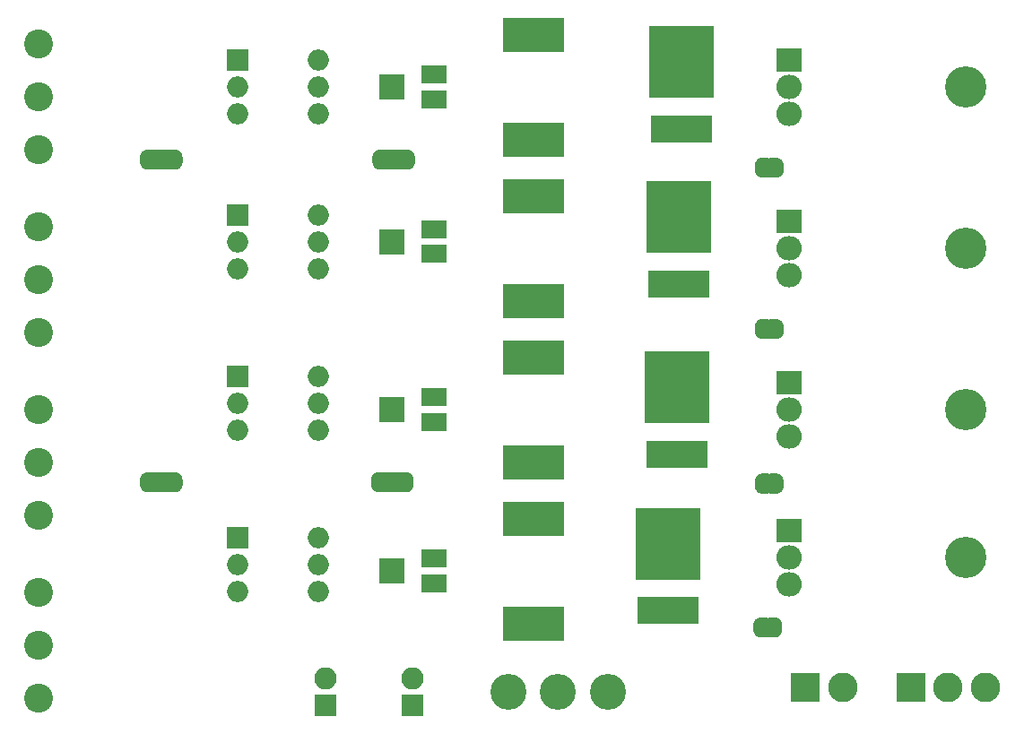
<source format=gbr>
%TF.GenerationSoftware,KiCad,Pcbnew,5.0.0*%
%TF.CreationDate,2018-09-24T19:40:09+02:00*%
%TF.ProjectId,TestDriverV1,5465737444726976657256312E6B6963,Rev 1*%
%TF.SameCoordinates,Original*%
%TF.FileFunction,Soldermask,Top*%
%TF.FilePolarity,Negative*%
%FSLAX46Y46*%
G04 Gerber Fmt 4.6, Leading zero omitted, Abs format (unit mm)*
G04 Created by KiCad (PCBNEW 5.0.0) date Mon Sep 24 19:40:09 2018*
%MOMM*%
%LPD*%
G01*
G04 APERTURE LIST*
%ADD10R,2.800000X2.800000*%
%ADD11C,2.800000*%
%ADD12R,2.100000X2.100000*%
%ADD13O,2.100000X2.100000*%
%ADD14C,0.500000*%
%ADD15C,0.100000*%
%ADD16R,1.400000X1.900000*%
%ADD17R,5.800000X3.300000*%
%ADD18C,2.740000*%
%ADD19R,2.398980X1.700480*%
%ADD20R,2.398980X2.398980*%
%ADD21R,2.000000X2.000000*%
%ADD22O,2.000000X2.000000*%
%ADD23C,3.397200*%
%ADD24O,2.400000X2.305000*%
%ADD25R,2.400000X2.305000*%
%ADD26O,3.900000X3.900000*%
%ADD27R,6.200000X6.800000*%
%ADD28R,1.200000X2.600000*%
G04 APERTURE END LIST*
D10*
X112014000Y-163386000D03*
D11*
X115514000Y-163386000D03*
D12*
X66675000Y-165100000D03*
D13*
X66675000Y-162560000D03*
X74930000Y-162560000D03*
D12*
X74930000Y-165100000D03*
D14*
X109235000Y-114300000D03*
D15*
G36*
X109241112Y-113350602D02*
X109259534Y-113350602D01*
X109279140Y-113351565D01*
X109327971Y-113356375D01*
X109347380Y-113359254D01*
X109395505Y-113368826D01*
X109414548Y-113373596D01*
X109461503Y-113387840D01*
X109479980Y-113394451D01*
X109525313Y-113413228D01*
X109543061Y-113421623D01*
X109586334Y-113444754D01*
X109603162Y-113454840D01*
X109643961Y-113482100D01*
X109659730Y-113493795D01*
X109697659Y-113524923D01*
X109712200Y-113538103D01*
X109746897Y-113572800D01*
X109760077Y-113587341D01*
X109791205Y-113625270D01*
X109802900Y-113641039D01*
X109830160Y-113681838D01*
X109840246Y-113698666D01*
X109863377Y-113741939D01*
X109871772Y-113759687D01*
X109890549Y-113805020D01*
X109897160Y-113823497D01*
X109911404Y-113870452D01*
X109916174Y-113889495D01*
X109925746Y-113937620D01*
X109928625Y-113957029D01*
X109933435Y-114005860D01*
X109934398Y-114025466D01*
X109934398Y-114043888D01*
X109935000Y-114050000D01*
X109935000Y-114550000D01*
X109934398Y-114556112D01*
X109934398Y-114574534D01*
X109933435Y-114594140D01*
X109928625Y-114642971D01*
X109925746Y-114662380D01*
X109916174Y-114710505D01*
X109911404Y-114729548D01*
X109897160Y-114776503D01*
X109890549Y-114794980D01*
X109871772Y-114840313D01*
X109863377Y-114858061D01*
X109840246Y-114901334D01*
X109830160Y-114918162D01*
X109802900Y-114958961D01*
X109791205Y-114974730D01*
X109760077Y-115012659D01*
X109746897Y-115027200D01*
X109712200Y-115061897D01*
X109697659Y-115075077D01*
X109659730Y-115106205D01*
X109643961Y-115117900D01*
X109603162Y-115145160D01*
X109586334Y-115155246D01*
X109543061Y-115178377D01*
X109525313Y-115186772D01*
X109479980Y-115205549D01*
X109461503Y-115212160D01*
X109414548Y-115226404D01*
X109395505Y-115231174D01*
X109347380Y-115240746D01*
X109327971Y-115243625D01*
X109279140Y-115248435D01*
X109259534Y-115249398D01*
X109241112Y-115249398D01*
X109235000Y-115250000D01*
X108735000Y-115250000D01*
X108695982Y-115246157D01*
X108658463Y-115234776D01*
X108623886Y-115216294D01*
X108593579Y-115191421D01*
X108568706Y-115161114D01*
X108550224Y-115126537D01*
X108538843Y-115089018D01*
X108535000Y-115050000D01*
X108535000Y-113550000D01*
X108538843Y-113510982D01*
X108550224Y-113473463D01*
X108568706Y-113438886D01*
X108593579Y-113408579D01*
X108623886Y-113383706D01*
X108658463Y-113365224D01*
X108695982Y-113353843D01*
X108735000Y-113350000D01*
X109235000Y-113350000D01*
X109241112Y-113350602D01*
X109241112Y-113350602D01*
G37*
D14*
X107935000Y-114300000D03*
D15*
G36*
X108474018Y-113353843D02*
X108511537Y-113365224D01*
X108546114Y-113383706D01*
X108576421Y-113408579D01*
X108601294Y-113438886D01*
X108619776Y-113473463D01*
X108631157Y-113510982D01*
X108635000Y-113550000D01*
X108635000Y-115050000D01*
X108631157Y-115089018D01*
X108619776Y-115126537D01*
X108601294Y-115161114D01*
X108576421Y-115191421D01*
X108546114Y-115216294D01*
X108511537Y-115234776D01*
X108474018Y-115246157D01*
X108435000Y-115250000D01*
X107935000Y-115250000D01*
X107928888Y-115249398D01*
X107910466Y-115249398D01*
X107890860Y-115248435D01*
X107842029Y-115243625D01*
X107822620Y-115240746D01*
X107774495Y-115231174D01*
X107755452Y-115226404D01*
X107708497Y-115212160D01*
X107690020Y-115205549D01*
X107644687Y-115186772D01*
X107626939Y-115178377D01*
X107583666Y-115155246D01*
X107566838Y-115145160D01*
X107526039Y-115117900D01*
X107510270Y-115106205D01*
X107472341Y-115075077D01*
X107457800Y-115061897D01*
X107423103Y-115027200D01*
X107409923Y-115012659D01*
X107378795Y-114974730D01*
X107367100Y-114958961D01*
X107339840Y-114918162D01*
X107329754Y-114901334D01*
X107306623Y-114858061D01*
X107298228Y-114840313D01*
X107279451Y-114794980D01*
X107272840Y-114776503D01*
X107258596Y-114729548D01*
X107253826Y-114710505D01*
X107244254Y-114662380D01*
X107241375Y-114642971D01*
X107236565Y-114594140D01*
X107235602Y-114574534D01*
X107235602Y-114556112D01*
X107235000Y-114550000D01*
X107235000Y-114050000D01*
X107235602Y-114043888D01*
X107235602Y-114025466D01*
X107236565Y-114005860D01*
X107241375Y-113957029D01*
X107244254Y-113937620D01*
X107253826Y-113889495D01*
X107258596Y-113870452D01*
X107272840Y-113823497D01*
X107279451Y-113805020D01*
X107298228Y-113759687D01*
X107306623Y-113741939D01*
X107329754Y-113698666D01*
X107339840Y-113681838D01*
X107367100Y-113641039D01*
X107378795Y-113625270D01*
X107409923Y-113587341D01*
X107423103Y-113572800D01*
X107457800Y-113538103D01*
X107472341Y-113524923D01*
X107510270Y-113493795D01*
X107526039Y-113482100D01*
X107566838Y-113454840D01*
X107583666Y-113444754D01*
X107626939Y-113421623D01*
X107644687Y-113413228D01*
X107690020Y-113394451D01*
X107708497Y-113387840D01*
X107755452Y-113373596D01*
X107774495Y-113368826D01*
X107822620Y-113359254D01*
X107842029Y-113356375D01*
X107890860Y-113351565D01*
X107910466Y-113350602D01*
X107928888Y-113350602D01*
X107935000Y-113350000D01*
X108435000Y-113350000D01*
X108474018Y-113353843D01*
X108474018Y-113353843D01*
G37*
D14*
X107935000Y-129540000D03*
D15*
G36*
X108474018Y-128593843D02*
X108511537Y-128605224D01*
X108546114Y-128623706D01*
X108576421Y-128648579D01*
X108601294Y-128678886D01*
X108619776Y-128713463D01*
X108631157Y-128750982D01*
X108635000Y-128790000D01*
X108635000Y-130290000D01*
X108631157Y-130329018D01*
X108619776Y-130366537D01*
X108601294Y-130401114D01*
X108576421Y-130431421D01*
X108546114Y-130456294D01*
X108511537Y-130474776D01*
X108474018Y-130486157D01*
X108435000Y-130490000D01*
X107935000Y-130490000D01*
X107928888Y-130489398D01*
X107910466Y-130489398D01*
X107890860Y-130488435D01*
X107842029Y-130483625D01*
X107822620Y-130480746D01*
X107774495Y-130471174D01*
X107755452Y-130466404D01*
X107708497Y-130452160D01*
X107690020Y-130445549D01*
X107644687Y-130426772D01*
X107626939Y-130418377D01*
X107583666Y-130395246D01*
X107566838Y-130385160D01*
X107526039Y-130357900D01*
X107510270Y-130346205D01*
X107472341Y-130315077D01*
X107457800Y-130301897D01*
X107423103Y-130267200D01*
X107409923Y-130252659D01*
X107378795Y-130214730D01*
X107367100Y-130198961D01*
X107339840Y-130158162D01*
X107329754Y-130141334D01*
X107306623Y-130098061D01*
X107298228Y-130080313D01*
X107279451Y-130034980D01*
X107272840Y-130016503D01*
X107258596Y-129969548D01*
X107253826Y-129950505D01*
X107244254Y-129902380D01*
X107241375Y-129882971D01*
X107236565Y-129834140D01*
X107235602Y-129814534D01*
X107235602Y-129796112D01*
X107235000Y-129790000D01*
X107235000Y-129290000D01*
X107235602Y-129283888D01*
X107235602Y-129265466D01*
X107236565Y-129245860D01*
X107241375Y-129197029D01*
X107244254Y-129177620D01*
X107253826Y-129129495D01*
X107258596Y-129110452D01*
X107272840Y-129063497D01*
X107279451Y-129045020D01*
X107298228Y-128999687D01*
X107306623Y-128981939D01*
X107329754Y-128938666D01*
X107339840Y-128921838D01*
X107367100Y-128881039D01*
X107378795Y-128865270D01*
X107409923Y-128827341D01*
X107423103Y-128812800D01*
X107457800Y-128778103D01*
X107472341Y-128764923D01*
X107510270Y-128733795D01*
X107526039Y-128722100D01*
X107566838Y-128694840D01*
X107583666Y-128684754D01*
X107626939Y-128661623D01*
X107644687Y-128653228D01*
X107690020Y-128634451D01*
X107708497Y-128627840D01*
X107755452Y-128613596D01*
X107774495Y-128608826D01*
X107822620Y-128599254D01*
X107842029Y-128596375D01*
X107890860Y-128591565D01*
X107910466Y-128590602D01*
X107928888Y-128590602D01*
X107935000Y-128590000D01*
X108435000Y-128590000D01*
X108474018Y-128593843D01*
X108474018Y-128593843D01*
G37*
D14*
X109235000Y-129540000D03*
D15*
G36*
X109241112Y-128590602D02*
X109259534Y-128590602D01*
X109279140Y-128591565D01*
X109327971Y-128596375D01*
X109347380Y-128599254D01*
X109395505Y-128608826D01*
X109414548Y-128613596D01*
X109461503Y-128627840D01*
X109479980Y-128634451D01*
X109525313Y-128653228D01*
X109543061Y-128661623D01*
X109586334Y-128684754D01*
X109603162Y-128694840D01*
X109643961Y-128722100D01*
X109659730Y-128733795D01*
X109697659Y-128764923D01*
X109712200Y-128778103D01*
X109746897Y-128812800D01*
X109760077Y-128827341D01*
X109791205Y-128865270D01*
X109802900Y-128881039D01*
X109830160Y-128921838D01*
X109840246Y-128938666D01*
X109863377Y-128981939D01*
X109871772Y-128999687D01*
X109890549Y-129045020D01*
X109897160Y-129063497D01*
X109911404Y-129110452D01*
X109916174Y-129129495D01*
X109925746Y-129177620D01*
X109928625Y-129197029D01*
X109933435Y-129245860D01*
X109934398Y-129265466D01*
X109934398Y-129283888D01*
X109935000Y-129290000D01*
X109935000Y-129790000D01*
X109934398Y-129796112D01*
X109934398Y-129814534D01*
X109933435Y-129834140D01*
X109928625Y-129882971D01*
X109925746Y-129902380D01*
X109916174Y-129950505D01*
X109911404Y-129969548D01*
X109897160Y-130016503D01*
X109890549Y-130034980D01*
X109871772Y-130080313D01*
X109863377Y-130098061D01*
X109840246Y-130141334D01*
X109830160Y-130158162D01*
X109802900Y-130198961D01*
X109791205Y-130214730D01*
X109760077Y-130252659D01*
X109746897Y-130267200D01*
X109712200Y-130301897D01*
X109697659Y-130315077D01*
X109659730Y-130346205D01*
X109643961Y-130357900D01*
X109603162Y-130385160D01*
X109586334Y-130395246D01*
X109543061Y-130418377D01*
X109525313Y-130426772D01*
X109479980Y-130445549D01*
X109461503Y-130452160D01*
X109414548Y-130466404D01*
X109395505Y-130471174D01*
X109347380Y-130480746D01*
X109327971Y-130483625D01*
X109279140Y-130488435D01*
X109259534Y-130489398D01*
X109241112Y-130489398D01*
X109235000Y-130490000D01*
X108735000Y-130490000D01*
X108695982Y-130486157D01*
X108658463Y-130474776D01*
X108623886Y-130456294D01*
X108593579Y-130431421D01*
X108568706Y-130401114D01*
X108550224Y-130366537D01*
X108538843Y-130329018D01*
X108535000Y-130290000D01*
X108535000Y-128790000D01*
X108538843Y-128750982D01*
X108550224Y-128713463D01*
X108568706Y-128678886D01*
X108593579Y-128648579D01*
X108623886Y-128623706D01*
X108658463Y-128605224D01*
X108695982Y-128593843D01*
X108735000Y-128590000D01*
X109235000Y-128590000D01*
X109241112Y-128590602D01*
X109241112Y-128590602D01*
G37*
D14*
X107935000Y-144145000D03*
D15*
G36*
X108474018Y-143198843D02*
X108511537Y-143210224D01*
X108546114Y-143228706D01*
X108576421Y-143253579D01*
X108601294Y-143283886D01*
X108619776Y-143318463D01*
X108631157Y-143355982D01*
X108635000Y-143395000D01*
X108635000Y-144895000D01*
X108631157Y-144934018D01*
X108619776Y-144971537D01*
X108601294Y-145006114D01*
X108576421Y-145036421D01*
X108546114Y-145061294D01*
X108511537Y-145079776D01*
X108474018Y-145091157D01*
X108435000Y-145095000D01*
X107935000Y-145095000D01*
X107928888Y-145094398D01*
X107910466Y-145094398D01*
X107890860Y-145093435D01*
X107842029Y-145088625D01*
X107822620Y-145085746D01*
X107774495Y-145076174D01*
X107755452Y-145071404D01*
X107708497Y-145057160D01*
X107690020Y-145050549D01*
X107644687Y-145031772D01*
X107626939Y-145023377D01*
X107583666Y-145000246D01*
X107566838Y-144990160D01*
X107526039Y-144962900D01*
X107510270Y-144951205D01*
X107472341Y-144920077D01*
X107457800Y-144906897D01*
X107423103Y-144872200D01*
X107409923Y-144857659D01*
X107378795Y-144819730D01*
X107367100Y-144803961D01*
X107339840Y-144763162D01*
X107329754Y-144746334D01*
X107306623Y-144703061D01*
X107298228Y-144685313D01*
X107279451Y-144639980D01*
X107272840Y-144621503D01*
X107258596Y-144574548D01*
X107253826Y-144555505D01*
X107244254Y-144507380D01*
X107241375Y-144487971D01*
X107236565Y-144439140D01*
X107235602Y-144419534D01*
X107235602Y-144401112D01*
X107235000Y-144395000D01*
X107235000Y-143895000D01*
X107235602Y-143888888D01*
X107235602Y-143870466D01*
X107236565Y-143850860D01*
X107241375Y-143802029D01*
X107244254Y-143782620D01*
X107253826Y-143734495D01*
X107258596Y-143715452D01*
X107272840Y-143668497D01*
X107279451Y-143650020D01*
X107298228Y-143604687D01*
X107306623Y-143586939D01*
X107329754Y-143543666D01*
X107339840Y-143526838D01*
X107367100Y-143486039D01*
X107378795Y-143470270D01*
X107409923Y-143432341D01*
X107423103Y-143417800D01*
X107457800Y-143383103D01*
X107472341Y-143369923D01*
X107510270Y-143338795D01*
X107526039Y-143327100D01*
X107566838Y-143299840D01*
X107583666Y-143289754D01*
X107626939Y-143266623D01*
X107644687Y-143258228D01*
X107690020Y-143239451D01*
X107708497Y-143232840D01*
X107755452Y-143218596D01*
X107774495Y-143213826D01*
X107822620Y-143204254D01*
X107842029Y-143201375D01*
X107890860Y-143196565D01*
X107910466Y-143195602D01*
X107928888Y-143195602D01*
X107935000Y-143195000D01*
X108435000Y-143195000D01*
X108474018Y-143198843D01*
X108474018Y-143198843D01*
G37*
D14*
X109235000Y-144145000D03*
D15*
G36*
X109241112Y-143195602D02*
X109259534Y-143195602D01*
X109279140Y-143196565D01*
X109327971Y-143201375D01*
X109347380Y-143204254D01*
X109395505Y-143213826D01*
X109414548Y-143218596D01*
X109461503Y-143232840D01*
X109479980Y-143239451D01*
X109525313Y-143258228D01*
X109543061Y-143266623D01*
X109586334Y-143289754D01*
X109603162Y-143299840D01*
X109643961Y-143327100D01*
X109659730Y-143338795D01*
X109697659Y-143369923D01*
X109712200Y-143383103D01*
X109746897Y-143417800D01*
X109760077Y-143432341D01*
X109791205Y-143470270D01*
X109802900Y-143486039D01*
X109830160Y-143526838D01*
X109840246Y-143543666D01*
X109863377Y-143586939D01*
X109871772Y-143604687D01*
X109890549Y-143650020D01*
X109897160Y-143668497D01*
X109911404Y-143715452D01*
X109916174Y-143734495D01*
X109925746Y-143782620D01*
X109928625Y-143802029D01*
X109933435Y-143850860D01*
X109934398Y-143870466D01*
X109934398Y-143888888D01*
X109935000Y-143895000D01*
X109935000Y-144395000D01*
X109934398Y-144401112D01*
X109934398Y-144419534D01*
X109933435Y-144439140D01*
X109928625Y-144487971D01*
X109925746Y-144507380D01*
X109916174Y-144555505D01*
X109911404Y-144574548D01*
X109897160Y-144621503D01*
X109890549Y-144639980D01*
X109871772Y-144685313D01*
X109863377Y-144703061D01*
X109840246Y-144746334D01*
X109830160Y-144763162D01*
X109802900Y-144803961D01*
X109791205Y-144819730D01*
X109760077Y-144857659D01*
X109746897Y-144872200D01*
X109712200Y-144906897D01*
X109697659Y-144920077D01*
X109659730Y-144951205D01*
X109643961Y-144962900D01*
X109603162Y-144990160D01*
X109586334Y-145000246D01*
X109543061Y-145023377D01*
X109525313Y-145031772D01*
X109479980Y-145050549D01*
X109461503Y-145057160D01*
X109414548Y-145071404D01*
X109395505Y-145076174D01*
X109347380Y-145085746D01*
X109327971Y-145088625D01*
X109279140Y-145093435D01*
X109259534Y-145094398D01*
X109241112Y-145094398D01*
X109235000Y-145095000D01*
X108735000Y-145095000D01*
X108695982Y-145091157D01*
X108658463Y-145079776D01*
X108623886Y-145061294D01*
X108593579Y-145036421D01*
X108568706Y-145006114D01*
X108550224Y-144971537D01*
X108538843Y-144934018D01*
X108535000Y-144895000D01*
X108535000Y-143395000D01*
X108538843Y-143355982D01*
X108550224Y-143318463D01*
X108568706Y-143283886D01*
X108593579Y-143253579D01*
X108623886Y-143228706D01*
X108658463Y-143210224D01*
X108695982Y-143198843D01*
X108735000Y-143195000D01*
X109235000Y-143195000D01*
X109241112Y-143195602D01*
X109241112Y-143195602D01*
G37*
D14*
X109093000Y-157734000D03*
D15*
G36*
X109099112Y-156784602D02*
X109117534Y-156784602D01*
X109137140Y-156785565D01*
X109185971Y-156790375D01*
X109205380Y-156793254D01*
X109253505Y-156802826D01*
X109272548Y-156807596D01*
X109319503Y-156821840D01*
X109337980Y-156828451D01*
X109383313Y-156847228D01*
X109401061Y-156855623D01*
X109444334Y-156878754D01*
X109461162Y-156888840D01*
X109501961Y-156916100D01*
X109517730Y-156927795D01*
X109555659Y-156958923D01*
X109570200Y-156972103D01*
X109604897Y-157006800D01*
X109618077Y-157021341D01*
X109649205Y-157059270D01*
X109660900Y-157075039D01*
X109688160Y-157115838D01*
X109698246Y-157132666D01*
X109721377Y-157175939D01*
X109729772Y-157193687D01*
X109748549Y-157239020D01*
X109755160Y-157257497D01*
X109769404Y-157304452D01*
X109774174Y-157323495D01*
X109783746Y-157371620D01*
X109786625Y-157391029D01*
X109791435Y-157439860D01*
X109792398Y-157459466D01*
X109792398Y-157477888D01*
X109793000Y-157484000D01*
X109793000Y-157984000D01*
X109792398Y-157990112D01*
X109792398Y-158008534D01*
X109791435Y-158028140D01*
X109786625Y-158076971D01*
X109783746Y-158096380D01*
X109774174Y-158144505D01*
X109769404Y-158163548D01*
X109755160Y-158210503D01*
X109748549Y-158228980D01*
X109729772Y-158274313D01*
X109721377Y-158292061D01*
X109698246Y-158335334D01*
X109688160Y-158352162D01*
X109660900Y-158392961D01*
X109649205Y-158408730D01*
X109618077Y-158446659D01*
X109604897Y-158461200D01*
X109570200Y-158495897D01*
X109555659Y-158509077D01*
X109517730Y-158540205D01*
X109501961Y-158551900D01*
X109461162Y-158579160D01*
X109444334Y-158589246D01*
X109401061Y-158612377D01*
X109383313Y-158620772D01*
X109337980Y-158639549D01*
X109319503Y-158646160D01*
X109272548Y-158660404D01*
X109253505Y-158665174D01*
X109205380Y-158674746D01*
X109185971Y-158677625D01*
X109137140Y-158682435D01*
X109117534Y-158683398D01*
X109099112Y-158683398D01*
X109093000Y-158684000D01*
X108593000Y-158684000D01*
X108553982Y-158680157D01*
X108516463Y-158668776D01*
X108481886Y-158650294D01*
X108451579Y-158625421D01*
X108426706Y-158595114D01*
X108408224Y-158560537D01*
X108396843Y-158523018D01*
X108393000Y-158484000D01*
X108393000Y-156984000D01*
X108396843Y-156944982D01*
X108408224Y-156907463D01*
X108426706Y-156872886D01*
X108451579Y-156842579D01*
X108481886Y-156817706D01*
X108516463Y-156799224D01*
X108553982Y-156787843D01*
X108593000Y-156784000D01*
X109093000Y-156784000D01*
X109099112Y-156784602D01*
X109099112Y-156784602D01*
G37*
D14*
X107793000Y-157734000D03*
D15*
G36*
X108332018Y-156787843D02*
X108369537Y-156799224D01*
X108404114Y-156817706D01*
X108434421Y-156842579D01*
X108459294Y-156872886D01*
X108477776Y-156907463D01*
X108489157Y-156944982D01*
X108493000Y-156984000D01*
X108493000Y-158484000D01*
X108489157Y-158523018D01*
X108477776Y-158560537D01*
X108459294Y-158595114D01*
X108434421Y-158625421D01*
X108404114Y-158650294D01*
X108369537Y-158668776D01*
X108332018Y-158680157D01*
X108293000Y-158684000D01*
X107793000Y-158684000D01*
X107786888Y-158683398D01*
X107768466Y-158683398D01*
X107748860Y-158682435D01*
X107700029Y-158677625D01*
X107680620Y-158674746D01*
X107632495Y-158665174D01*
X107613452Y-158660404D01*
X107566497Y-158646160D01*
X107548020Y-158639549D01*
X107502687Y-158620772D01*
X107484939Y-158612377D01*
X107441666Y-158589246D01*
X107424838Y-158579160D01*
X107384039Y-158551900D01*
X107368270Y-158540205D01*
X107330341Y-158509077D01*
X107315800Y-158495897D01*
X107281103Y-158461200D01*
X107267923Y-158446659D01*
X107236795Y-158408730D01*
X107225100Y-158392961D01*
X107197840Y-158352162D01*
X107187754Y-158335334D01*
X107164623Y-158292061D01*
X107156228Y-158274313D01*
X107137451Y-158228980D01*
X107130840Y-158210503D01*
X107116596Y-158163548D01*
X107111826Y-158144505D01*
X107102254Y-158096380D01*
X107099375Y-158076971D01*
X107094565Y-158028140D01*
X107093602Y-158008534D01*
X107093602Y-157990112D01*
X107093000Y-157984000D01*
X107093000Y-157484000D01*
X107093602Y-157477888D01*
X107093602Y-157459466D01*
X107094565Y-157439860D01*
X107099375Y-157391029D01*
X107102254Y-157371620D01*
X107111826Y-157323495D01*
X107116596Y-157304452D01*
X107130840Y-157257497D01*
X107137451Y-157239020D01*
X107156228Y-157193687D01*
X107164623Y-157175939D01*
X107187754Y-157132666D01*
X107197840Y-157115838D01*
X107225100Y-157075039D01*
X107236795Y-157059270D01*
X107267923Y-157021341D01*
X107281103Y-157006800D01*
X107315800Y-156972103D01*
X107330341Y-156958923D01*
X107368270Y-156927795D01*
X107384039Y-156916100D01*
X107424838Y-156888840D01*
X107441666Y-156878754D01*
X107484939Y-156855623D01*
X107502687Y-156847228D01*
X107548020Y-156828451D01*
X107566497Y-156821840D01*
X107613452Y-156807596D01*
X107632495Y-156802826D01*
X107680620Y-156793254D01*
X107700029Y-156790375D01*
X107748860Y-156785565D01*
X107768466Y-156784602D01*
X107786888Y-156784602D01*
X107793000Y-156784000D01*
X108293000Y-156784000D01*
X108332018Y-156787843D01*
X108332018Y-156787843D01*
G37*
D16*
X51181000Y-113538000D03*
D14*
X52481000Y-113538000D03*
D15*
G36*
X52487112Y-112588602D02*
X52505534Y-112588602D01*
X52525140Y-112589565D01*
X52573971Y-112594375D01*
X52593380Y-112597254D01*
X52641505Y-112606826D01*
X52660548Y-112611596D01*
X52707503Y-112625840D01*
X52725980Y-112632451D01*
X52771313Y-112651228D01*
X52789061Y-112659623D01*
X52832334Y-112682754D01*
X52849162Y-112692840D01*
X52889961Y-112720100D01*
X52905730Y-112731795D01*
X52943659Y-112762923D01*
X52958200Y-112776103D01*
X52992897Y-112810800D01*
X53006077Y-112825341D01*
X53037205Y-112863270D01*
X53048900Y-112879039D01*
X53076160Y-112919838D01*
X53086246Y-112936666D01*
X53109377Y-112979939D01*
X53117772Y-112997687D01*
X53136549Y-113043020D01*
X53143160Y-113061497D01*
X53157404Y-113108452D01*
X53162174Y-113127495D01*
X53171746Y-113175620D01*
X53174625Y-113195029D01*
X53179435Y-113243860D01*
X53180398Y-113263466D01*
X53180398Y-113281888D01*
X53181000Y-113288000D01*
X53181000Y-113788000D01*
X53180398Y-113794112D01*
X53180398Y-113812534D01*
X53179435Y-113832140D01*
X53174625Y-113880971D01*
X53171746Y-113900380D01*
X53162174Y-113948505D01*
X53157404Y-113967548D01*
X53143160Y-114014503D01*
X53136549Y-114032980D01*
X53117772Y-114078313D01*
X53109377Y-114096061D01*
X53086246Y-114139334D01*
X53076160Y-114156162D01*
X53048900Y-114196961D01*
X53037205Y-114212730D01*
X53006077Y-114250659D01*
X52992897Y-114265200D01*
X52958200Y-114299897D01*
X52943659Y-114313077D01*
X52905730Y-114344205D01*
X52889961Y-114355900D01*
X52849162Y-114383160D01*
X52832334Y-114393246D01*
X52789061Y-114416377D01*
X52771313Y-114424772D01*
X52725980Y-114443549D01*
X52707503Y-114450160D01*
X52660548Y-114464404D01*
X52641505Y-114469174D01*
X52593380Y-114478746D01*
X52573971Y-114481625D01*
X52525140Y-114486435D01*
X52505534Y-114487398D01*
X52487112Y-114487398D01*
X52481000Y-114488000D01*
X51931000Y-114488000D01*
X51891982Y-114484157D01*
X51854463Y-114472776D01*
X51819886Y-114454294D01*
X51789579Y-114429421D01*
X51764706Y-114399114D01*
X51746224Y-114364537D01*
X51734843Y-114327018D01*
X51731000Y-114288000D01*
X51731000Y-112788000D01*
X51734843Y-112748982D01*
X51746224Y-112711463D01*
X51764706Y-112676886D01*
X51789579Y-112646579D01*
X51819886Y-112621706D01*
X51854463Y-112603224D01*
X51891982Y-112591843D01*
X51931000Y-112588000D01*
X52481000Y-112588000D01*
X52487112Y-112588602D01*
X52487112Y-112588602D01*
G37*
D14*
X49881000Y-113538000D03*
D15*
G36*
X50470018Y-112591843D02*
X50507537Y-112603224D01*
X50542114Y-112621706D01*
X50572421Y-112646579D01*
X50597294Y-112676886D01*
X50615776Y-112711463D01*
X50627157Y-112748982D01*
X50631000Y-112788000D01*
X50631000Y-114288000D01*
X50627157Y-114327018D01*
X50615776Y-114364537D01*
X50597294Y-114399114D01*
X50572421Y-114429421D01*
X50542114Y-114454294D01*
X50507537Y-114472776D01*
X50470018Y-114484157D01*
X50431000Y-114488000D01*
X49881000Y-114488000D01*
X49874888Y-114487398D01*
X49856466Y-114487398D01*
X49836860Y-114486435D01*
X49788029Y-114481625D01*
X49768620Y-114478746D01*
X49720495Y-114469174D01*
X49701452Y-114464404D01*
X49654497Y-114450160D01*
X49636020Y-114443549D01*
X49590687Y-114424772D01*
X49572939Y-114416377D01*
X49529666Y-114393246D01*
X49512838Y-114383160D01*
X49472039Y-114355900D01*
X49456270Y-114344205D01*
X49418341Y-114313077D01*
X49403800Y-114299897D01*
X49369103Y-114265200D01*
X49355923Y-114250659D01*
X49324795Y-114212730D01*
X49313100Y-114196961D01*
X49285840Y-114156162D01*
X49275754Y-114139334D01*
X49252623Y-114096061D01*
X49244228Y-114078313D01*
X49225451Y-114032980D01*
X49218840Y-114014503D01*
X49204596Y-113967548D01*
X49199826Y-113948505D01*
X49190254Y-113900380D01*
X49187375Y-113880971D01*
X49182565Y-113832140D01*
X49181602Y-113812534D01*
X49181602Y-113794112D01*
X49181000Y-113788000D01*
X49181000Y-113288000D01*
X49181602Y-113281888D01*
X49181602Y-113263466D01*
X49182565Y-113243860D01*
X49187375Y-113195029D01*
X49190254Y-113175620D01*
X49199826Y-113127495D01*
X49204596Y-113108452D01*
X49218840Y-113061497D01*
X49225451Y-113043020D01*
X49244228Y-112997687D01*
X49252623Y-112979939D01*
X49275754Y-112936666D01*
X49285840Y-112919838D01*
X49313100Y-112879039D01*
X49324795Y-112863270D01*
X49355923Y-112825341D01*
X49369103Y-112810800D01*
X49403800Y-112776103D01*
X49418341Y-112762923D01*
X49456270Y-112731795D01*
X49472039Y-112720100D01*
X49512838Y-112692840D01*
X49529666Y-112682754D01*
X49572939Y-112659623D01*
X49590687Y-112651228D01*
X49636020Y-112632451D01*
X49654497Y-112625840D01*
X49701452Y-112611596D01*
X49720495Y-112606826D01*
X49768620Y-112597254D01*
X49788029Y-112594375D01*
X49836860Y-112589565D01*
X49856466Y-112588602D01*
X49874888Y-112588602D01*
X49881000Y-112588000D01*
X50431000Y-112588000D01*
X50470018Y-112591843D01*
X50470018Y-112591843D01*
G37*
D14*
X49881000Y-144018000D03*
D15*
G36*
X50470018Y-143071843D02*
X50507537Y-143083224D01*
X50542114Y-143101706D01*
X50572421Y-143126579D01*
X50597294Y-143156886D01*
X50615776Y-143191463D01*
X50627157Y-143228982D01*
X50631000Y-143268000D01*
X50631000Y-144768000D01*
X50627157Y-144807018D01*
X50615776Y-144844537D01*
X50597294Y-144879114D01*
X50572421Y-144909421D01*
X50542114Y-144934294D01*
X50507537Y-144952776D01*
X50470018Y-144964157D01*
X50431000Y-144968000D01*
X49881000Y-144968000D01*
X49874888Y-144967398D01*
X49856466Y-144967398D01*
X49836860Y-144966435D01*
X49788029Y-144961625D01*
X49768620Y-144958746D01*
X49720495Y-144949174D01*
X49701452Y-144944404D01*
X49654497Y-144930160D01*
X49636020Y-144923549D01*
X49590687Y-144904772D01*
X49572939Y-144896377D01*
X49529666Y-144873246D01*
X49512838Y-144863160D01*
X49472039Y-144835900D01*
X49456270Y-144824205D01*
X49418341Y-144793077D01*
X49403800Y-144779897D01*
X49369103Y-144745200D01*
X49355923Y-144730659D01*
X49324795Y-144692730D01*
X49313100Y-144676961D01*
X49285840Y-144636162D01*
X49275754Y-144619334D01*
X49252623Y-144576061D01*
X49244228Y-144558313D01*
X49225451Y-144512980D01*
X49218840Y-144494503D01*
X49204596Y-144447548D01*
X49199826Y-144428505D01*
X49190254Y-144380380D01*
X49187375Y-144360971D01*
X49182565Y-144312140D01*
X49181602Y-144292534D01*
X49181602Y-144274112D01*
X49181000Y-144268000D01*
X49181000Y-143768000D01*
X49181602Y-143761888D01*
X49181602Y-143743466D01*
X49182565Y-143723860D01*
X49187375Y-143675029D01*
X49190254Y-143655620D01*
X49199826Y-143607495D01*
X49204596Y-143588452D01*
X49218840Y-143541497D01*
X49225451Y-143523020D01*
X49244228Y-143477687D01*
X49252623Y-143459939D01*
X49275754Y-143416666D01*
X49285840Y-143399838D01*
X49313100Y-143359039D01*
X49324795Y-143343270D01*
X49355923Y-143305341D01*
X49369103Y-143290800D01*
X49403800Y-143256103D01*
X49418341Y-143242923D01*
X49456270Y-143211795D01*
X49472039Y-143200100D01*
X49512838Y-143172840D01*
X49529666Y-143162754D01*
X49572939Y-143139623D01*
X49590687Y-143131228D01*
X49636020Y-143112451D01*
X49654497Y-143105840D01*
X49701452Y-143091596D01*
X49720495Y-143086826D01*
X49768620Y-143077254D01*
X49788029Y-143074375D01*
X49836860Y-143069565D01*
X49856466Y-143068602D01*
X49874888Y-143068602D01*
X49881000Y-143068000D01*
X50431000Y-143068000D01*
X50470018Y-143071843D01*
X50470018Y-143071843D01*
G37*
D14*
X52481000Y-144018000D03*
D15*
G36*
X52487112Y-143068602D02*
X52505534Y-143068602D01*
X52525140Y-143069565D01*
X52573971Y-143074375D01*
X52593380Y-143077254D01*
X52641505Y-143086826D01*
X52660548Y-143091596D01*
X52707503Y-143105840D01*
X52725980Y-143112451D01*
X52771313Y-143131228D01*
X52789061Y-143139623D01*
X52832334Y-143162754D01*
X52849162Y-143172840D01*
X52889961Y-143200100D01*
X52905730Y-143211795D01*
X52943659Y-143242923D01*
X52958200Y-143256103D01*
X52992897Y-143290800D01*
X53006077Y-143305341D01*
X53037205Y-143343270D01*
X53048900Y-143359039D01*
X53076160Y-143399838D01*
X53086246Y-143416666D01*
X53109377Y-143459939D01*
X53117772Y-143477687D01*
X53136549Y-143523020D01*
X53143160Y-143541497D01*
X53157404Y-143588452D01*
X53162174Y-143607495D01*
X53171746Y-143655620D01*
X53174625Y-143675029D01*
X53179435Y-143723860D01*
X53180398Y-143743466D01*
X53180398Y-143761888D01*
X53181000Y-143768000D01*
X53181000Y-144268000D01*
X53180398Y-144274112D01*
X53180398Y-144292534D01*
X53179435Y-144312140D01*
X53174625Y-144360971D01*
X53171746Y-144380380D01*
X53162174Y-144428505D01*
X53157404Y-144447548D01*
X53143160Y-144494503D01*
X53136549Y-144512980D01*
X53117772Y-144558313D01*
X53109377Y-144576061D01*
X53086246Y-144619334D01*
X53076160Y-144636162D01*
X53048900Y-144676961D01*
X53037205Y-144692730D01*
X53006077Y-144730659D01*
X52992897Y-144745200D01*
X52958200Y-144779897D01*
X52943659Y-144793077D01*
X52905730Y-144824205D01*
X52889961Y-144835900D01*
X52849162Y-144863160D01*
X52832334Y-144873246D01*
X52789061Y-144896377D01*
X52771313Y-144904772D01*
X52725980Y-144923549D01*
X52707503Y-144930160D01*
X52660548Y-144944404D01*
X52641505Y-144949174D01*
X52593380Y-144958746D01*
X52573971Y-144961625D01*
X52525140Y-144966435D01*
X52505534Y-144967398D01*
X52487112Y-144967398D01*
X52481000Y-144968000D01*
X51931000Y-144968000D01*
X51891982Y-144964157D01*
X51854463Y-144952776D01*
X51819886Y-144934294D01*
X51789579Y-144909421D01*
X51764706Y-144879114D01*
X51746224Y-144844537D01*
X51734843Y-144807018D01*
X51731000Y-144768000D01*
X51731000Y-143268000D01*
X51734843Y-143228982D01*
X51746224Y-143191463D01*
X51764706Y-143156886D01*
X51789579Y-143126579D01*
X51819886Y-143101706D01*
X51854463Y-143083224D01*
X51891982Y-143071843D01*
X51931000Y-143068000D01*
X52481000Y-143068000D01*
X52487112Y-143068602D01*
X52487112Y-143068602D01*
G37*
D16*
X51181000Y-144018000D03*
D14*
X71822000Y-113538000D03*
D15*
G36*
X72411018Y-112591843D02*
X72448537Y-112603224D01*
X72483114Y-112621706D01*
X72513421Y-112646579D01*
X72538294Y-112676886D01*
X72556776Y-112711463D01*
X72568157Y-112748982D01*
X72572000Y-112788000D01*
X72572000Y-114288000D01*
X72568157Y-114327018D01*
X72556776Y-114364537D01*
X72538294Y-114399114D01*
X72513421Y-114429421D01*
X72483114Y-114454294D01*
X72448537Y-114472776D01*
X72411018Y-114484157D01*
X72372000Y-114488000D01*
X71822000Y-114488000D01*
X71815888Y-114487398D01*
X71797466Y-114487398D01*
X71777860Y-114486435D01*
X71729029Y-114481625D01*
X71709620Y-114478746D01*
X71661495Y-114469174D01*
X71642452Y-114464404D01*
X71595497Y-114450160D01*
X71577020Y-114443549D01*
X71531687Y-114424772D01*
X71513939Y-114416377D01*
X71470666Y-114393246D01*
X71453838Y-114383160D01*
X71413039Y-114355900D01*
X71397270Y-114344205D01*
X71359341Y-114313077D01*
X71344800Y-114299897D01*
X71310103Y-114265200D01*
X71296923Y-114250659D01*
X71265795Y-114212730D01*
X71254100Y-114196961D01*
X71226840Y-114156162D01*
X71216754Y-114139334D01*
X71193623Y-114096061D01*
X71185228Y-114078313D01*
X71166451Y-114032980D01*
X71159840Y-114014503D01*
X71145596Y-113967548D01*
X71140826Y-113948505D01*
X71131254Y-113900380D01*
X71128375Y-113880971D01*
X71123565Y-113832140D01*
X71122602Y-113812534D01*
X71122602Y-113794112D01*
X71122000Y-113788000D01*
X71122000Y-113288000D01*
X71122602Y-113281888D01*
X71122602Y-113263466D01*
X71123565Y-113243860D01*
X71128375Y-113195029D01*
X71131254Y-113175620D01*
X71140826Y-113127495D01*
X71145596Y-113108452D01*
X71159840Y-113061497D01*
X71166451Y-113043020D01*
X71185228Y-112997687D01*
X71193623Y-112979939D01*
X71216754Y-112936666D01*
X71226840Y-112919838D01*
X71254100Y-112879039D01*
X71265795Y-112863270D01*
X71296923Y-112825341D01*
X71310103Y-112810800D01*
X71344800Y-112776103D01*
X71359341Y-112762923D01*
X71397270Y-112731795D01*
X71413039Y-112720100D01*
X71453838Y-112692840D01*
X71470666Y-112682754D01*
X71513939Y-112659623D01*
X71531687Y-112651228D01*
X71577020Y-112632451D01*
X71595497Y-112625840D01*
X71642452Y-112611596D01*
X71661495Y-112606826D01*
X71709620Y-112597254D01*
X71729029Y-112594375D01*
X71777860Y-112589565D01*
X71797466Y-112588602D01*
X71815888Y-112588602D01*
X71822000Y-112588000D01*
X72372000Y-112588000D01*
X72411018Y-112591843D01*
X72411018Y-112591843D01*
G37*
D14*
X74422000Y-113538000D03*
D15*
G36*
X74428112Y-112588602D02*
X74446534Y-112588602D01*
X74466140Y-112589565D01*
X74514971Y-112594375D01*
X74534380Y-112597254D01*
X74582505Y-112606826D01*
X74601548Y-112611596D01*
X74648503Y-112625840D01*
X74666980Y-112632451D01*
X74712313Y-112651228D01*
X74730061Y-112659623D01*
X74773334Y-112682754D01*
X74790162Y-112692840D01*
X74830961Y-112720100D01*
X74846730Y-112731795D01*
X74884659Y-112762923D01*
X74899200Y-112776103D01*
X74933897Y-112810800D01*
X74947077Y-112825341D01*
X74978205Y-112863270D01*
X74989900Y-112879039D01*
X75017160Y-112919838D01*
X75027246Y-112936666D01*
X75050377Y-112979939D01*
X75058772Y-112997687D01*
X75077549Y-113043020D01*
X75084160Y-113061497D01*
X75098404Y-113108452D01*
X75103174Y-113127495D01*
X75112746Y-113175620D01*
X75115625Y-113195029D01*
X75120435Y-113243860D01*
X75121398Y-113263466D01*
X75121398Y-113281888D01*
X75122000Y-113288000D01*
X75122000Y-113788000D01*
X75121398Y-113794112D01*
X75121398Y-113812534D01*
X75120435Y-113832140D01*
X75115625Y-113880971D01*
X75112746Y-113900380D01*
X75103174Y-113948505D01*
X75098404Y-113967548D01*
X75084160Y-114014503D01*
X75077549Y-114032980D01*
X75058772Y-114078313D01*
X75050377Y-114096061D01*
X75027246Y-114139334D01*
X75017160Y-114156162D01*
X74989900Y-114196961D01*
X74978205Y-114212730D01*
X74947077Y-114250659D01*
X74933897Y-114265200D01*
X74899200Y-114299897D01*
X74884659Y-114313077D01*
X74846730Y-114344205D01*
X74830961Y-114355900D01*
X74790162Y-114383160D01*
X74773334Y-114393246D01*
X74730061Y-114416377D01*
X74712313Y-114424772D01*
X74666980Y-114443549D01*
X74648503Y-114450160D01*
X74601548Y-114464404D01*
X74582505Y-114469174D01*
X74534380Y-114478746D01*
X74514971Y-114481625D01*
X74466140Y-114486435D01*
X74446534Y-114487398D01*
X74428112Y-114487398D01*
X74422000Y-114488000D01*
X73872000Y-114488000D01*
X73832982Y-114484157D01*
X73795463Y-114472776D01*
X73760886Y-114454294D01*
X73730579Y-114429421D01*
X73705706Y-114399114D01*
X73687224Y-114364537D01*
X73675843Y-114327018D01*
X73672000Y-114288000D01*
X73672000Y-112788000D01*
X73675843Y-112748982D01*
X73687224Y-112711463D01*
X73705706Y-112676886D01*
X73730579Y-112646579D01*
X73760886Y-112621706D01*
X73795463Y-112603224D01*
X73832982Y-112591843D01*
X73872000Y-112588000D01*
X74422000Y-112588000D01*
X74428112Y-112588602D01*
X74428112Y-112588602D01*
G37*
D16*
X73122000Y-113538000D03*
X72995000Y-144018000D03*
D14*
X74295000Y-144018000D03*
D15*
G36*
X74301112Y-143068602D02*
X74319534Y-143068602D01*
X74339140Y-143069565D01*
X74387971Y-143074375D01*
X74407380Y-143077254D01*
X74455505Y-143086826D01*
X74474548Y-143091596D01*
X74521503Y-143105840D01*
X74539980Y-143112451D01*
X74585313Y-143131228D01*
X74603061Y-143139623D01*
X74646334Y-143162754D01*
X74663162Y-143172840D01*
X74703961Y-143200100D01*
X74719730Y-143211795D01*
X74757659Y-143242923D01*
X74772200Y-143256103D01*
X74806897Y-143290800D01*
X74820077Y-143305341D01*
X74851205Y-143343270D01*
X74862900Y-143359039D01*
X74890160Y-143399838D01*
X74900246Y-143416666D01*
X74923377Y-143459939D01*
X74931772Y-143477687D01*
X74950549Y-143523020D01*
X74957160Y-143541497D01*
X74971404Y-143588452D01*
X74976174Y-143607495D01*
X74985746Y-143655620D01*
X74988625Y-143675029D01*
X74993435Y-143723860D01*
X74994398Y-143743466D01*
X74994398Y-143761888D01*
X74995000Y-143768000D01*
X74995000Y-144268000D01*
X74994398Y-144274112D01*
X74994398Y-144292534D01*
X74993435Y-144312140D01*
X74988625Y-144360971D01*
X74985746Y-144380380D01*
X74976174Y-144428505D01*
X74971404Y-144447548D01*
X74957160Y-144494503D01*
X74950549Y-144512980D01*
X74931772Y-144558313D01*
X74923377Y-144576061D01*
X74900246Y-144619334D01*
X74890160Y-144636162D01*
X74862900Y-144676961D01*
X74851205Y-144692730D01*
X74820077Y-144730659D01*
X74806897Y-144745200D01*
X74772200Y-144779897D01*
X74757659Y-144793077D01*
X74719730Y-144824205D01*
X74703961Y-144835900D01*
X74663162Y-144863160D01*
X74646334Y-144873246D01*
X74603061Y-144896377D01*
X74585313Y-144904772D01*
X74539980Y-144923549D01*
X74521503Y-144930160D01*
X74474548Y-144944404D01*
X74455505Y-144949174D01*
X74407380Y-144958746D01*
X74387971Y-144961625D01*
X74339140Y-144966435D01*
X74319534Y-144967398D01*
X74301112Y-144967398D01*
X74295000Y-144968000D01*
X73745000Y-144968000D01*
X73705982Y-144964157D01*
X73668463Y-144952776D01*
X73633886Y-144934294D01*
X73603579Y-144909421D01*
X73578706Y-144879114D01*
X73560224Y-144844537D01*
X73548843Y-144807018D01*
X73545000Y-144768000D01*
X73545000Y-143268000D01*
X73548843Y-143228982D01*
X73560224Y-143191463D01*
X73578706Y-143156886D01*
X73603579Y-143126579D01*
X73633886Y-143101706D01*
X73668463Y-143083224D01*
X73705982Y-143071843D01*
X73745000Y-143068000D01*
X74295000Y-143068000D01*
X74301112Y-143068602D01*
X74301112Y-143068602D01*
G37*
D14*
X71695000Y-144018000D03*
D15*
G36*
X72284018Y-143071843D02*
X72321537Y-143083224D01*
X72356114Y-143101706D01*
X72386421Y-143126579D01*
X72411294Y-143156886D01*
X72429776Y-143191463D01*
X72441157Y-143228982D01*
X72445000Y-143268000D01*
X72445000Y-144768000D01*
X72441157Y-144807018D01*
X72429776Y-144844537D01*
X72411294Y-144879114D01*
X72386421Y-144909421D01*
X72356114Y-144934294D01*
X72321537Y-144952776D01*
X72284018Y-144964157D01*
X72245000Y-144968000D01*
X71695000Y-144968000D01*
X71688888Y-144967398D01*
X71670466Y-144967398D01*
X71650860Y-144966435D01*
X71602029Y-144961625D01*
X71582620Y-144958746D01*
X71534495Y-144949174D01*
X71515452Y-144944404D01*
X71468497Y-144930160D01*
X71450020Y-144923549D01*
X71404687Y-144904772D01*
X71386939Y-144896377D01*
X71343666Y-144873246D01*
X71326838Y-144863160D01*
X71286039Y-144835900D01*
X71270270Y-144824205D01*
X71232341Y-144793077D01*
X71217800Y-144779897D01*
X71183103Y-144745200D01*
X71169923Y-144730659D01*
X71138795Y-144692730D01*
X71127100Y-144676961D01*
X71099840Y-144636162D01*
X71089754Y-144619334D01*
X71066623Y-144576061D01*
X71058228Y-144558313D01*
X71039451Y-144512980D01*
X71032840Y-144494503D01*
X71018596Y-144447548D01*
X71013826Y-144428505D01*
X71004254Y-144380380D01*
X71001375Y-144360971D01*
X70996565Y-144312140D01*
X70995602Y-144292534D01*
X70995602Y-144274112D01*
X70995000Y-144268000D01*
X70995000Y-143768000D01*
X70995602Y-143761888D01*
X70995602Y-143743466D01*
X70996565Y-143723860D01*
X71001375Y-143675029D01*
X71004254Y-143655620D01*
X71013826Y-143607495D01*
X71018596Y-143588452D01*
X71032840Y-143541497D01*
X71039451Y-143523020D01*
X71058228Y-143477687D01*
X71066623Y-143459939D01*
X71089754Y-143416666D01*
X71099840Y-143399838D01*
X71127100Y-143359039D01*
X71138795Y-143343270D01*
X71169923Y-143305341D01*
X71183103Y-143290800D01*
X71217800Y-143256103D01*
X71232341Y-143242923D01*
X71270270Y-143211795D01*
X71286039Y-143200100D01*
X71326838Y-143172840D01*
X71343666Y-143162754D01*
X71386939Y-143139623D01*
X71404687Y-143131228D01*
X71450020Y-143112451D01*
X71468497Y-143105840D01*
X71515452Y-143091596D01*
X71534495Y-143086826D01*
X71582620Y-143077254D01*
X71602029Y-143074375D01*
X71650860Y-143069565D01*
X71670466Y-143068602D01*
X71688888Y-143068602D01*
X71695000Y-143068000D01*
X72245000Y-143068000D01*
X72284018Y-143071843D01*
X72284018Y-143071843D01*
G37*
D17*
X86360000Y-101730000D03*
X86360000Y-111630000D03*
X86360000Y-126870000D03*
X86360000Y-116970000D03*
X86360000Y-132210000D03*
X86360000Y-142110000D03*
X86360000Y-157350000D03*
X86360000Y-147450000D03*
D18*
X39624000Y-129888000D03*
X39624000Y-124888000D03*
X39624000Y-119888000D03*
X39624000Y-154432000D03*
X39624000Y-159432000D03*
X39624000Y-164432000D03*
D19*
X76928980Y-105529380D03*
D20*
X72931020Y-106680000D03*
D19*
X76928980Y-107830620D03*
D18*
X39624000Y-102616000D03*
X39624000Y-107616000D03*
X39624000Y-112616000D03*
D19*
X76928980Y-122435620D03*
D20*
X72931020Y-121285000D03*
D19*
X76928980Y-120134380D03*
X76928980Y-138310620D03*
D20*
X72931020Y-137160000D03*
D19*
X76928980Y-136009380D03*
D18*
X39624000Y-147160000D03*
X39624000Y-142160000D03*
X39624000Y-137160000D03*
D19*
X76928980Y-151249380D03*
D20*
X72931020Y-152400000D03*
D19*
X76928980Y-153550620D03*
D21*
X58420000Y-104140000D03*
D22*
X66040000Y-109220000D03*
X58420000Y-106680000D03*
X66040000Y-106680000D03*
X58420000Y-109220000D03*
X66040000Y-104140000D03*
D21*
X58420000Y-118745000D03*
D22*
X66040000Y-123825000D03*
X58420000Y-121285000D03*
X66040000Y-121285000D03*
X58420000Y-123825000D03*
X66040000Y-118745000D03*
X66040000Y-133985000D03*
X58420000Y-139065000D03*
X66040000Y-136525000D03*
X58420000Y-136525000D03*
X66040000Y-139065000D03*
D21*
X58420000Y-133985000D03*
D22*
X66040000Y-149225000D03*
X58420000Y-154305000D03*
X66040000Y-151765000D03*
X58420000Y-151765000D03*
X66040000Y-154305000D03*
D21*
X58420000Y-149225000D03*
D23*
X93345000Y-163830000D03*
X88646000Y-163830000D03*
X83947000Y-163830000D03*
D24*
X110490000Y-109220000D03*
X110490000Y-106680000D03*
D25*
X110490000Y-104140000D03*
D26*
X127150000Y-106680000D03*
X127150000Y-121920000D03*
D25*
X110490000Y-119380000D03*
D24*
X110490000Y-121920000D03*
X110490000Y-124460000D03*
X110490000Y-139700000D03*
X110490000Y-137160000D03*
D25*
X110490000Y-134620000D03*
D26*
X127150000Y-137160000D03*
X127150000Y-151130000D03*
D25*
X110490000Y-148590000D03*
D24*
X110490000Y-151130000D03*
X110490000Y-153670000D03*
D27*
X100330000Y-104325000D03*
D28*
X102610000Y-110625000D03*
X101470000Y-110625000D03*
X100330000Y-110625000D03*
X99190000Y-110625000D03*
X98050000Y-110625000D03*
D27*
X100075000Y-118975000D03*
D28*
X102355000Y-125275000D03*
X101215000Y-125275000D03*
X100075000Y-125275000D03*
X98935000Y-125275000D03*
X97795000Y-125275000D03*
X97610000Y-141360000D03*
X98750000Y-141360000D03*
X99890000Y-141360000D03*
X101030000Y-141360000D03*
X102170000Y-141360000D03*
D27*
X99890000Y-135060000D03*
D28*
X96780000Y-156160000D03*
X97920000Y-156160000D03*
X99060000Y-156160000D03*
X100200000Y-156160000D03*
X101340000Y-156160000D03*
D27*
X99060000Y-149860000D03*
D10*
X121968000Y-163386000D03*
D11*
X125468000Y-163386000D03*
X128968000Y-163386000D03*
M02*

</source>
